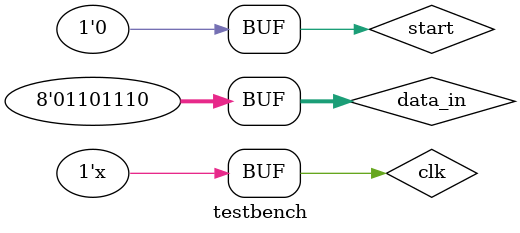
<source format=v>
`timescale 1ns / 1ps
module testbench;
reg [7:0] data_in;
reg clk;
wire [3:0] q;
reg start;

top t1(data_in,clk,start,q);

initial begin
clk=1'b0; start=1'b0;data_in=8'd12;
#15; start=1'b1; data_in=8'd21;
data_in=8'b11001100;
#100; data_in=8'b01101110;
#500 ; start=1'b0; 
end
always #10 clk=~clk;
endmodule

</source>
